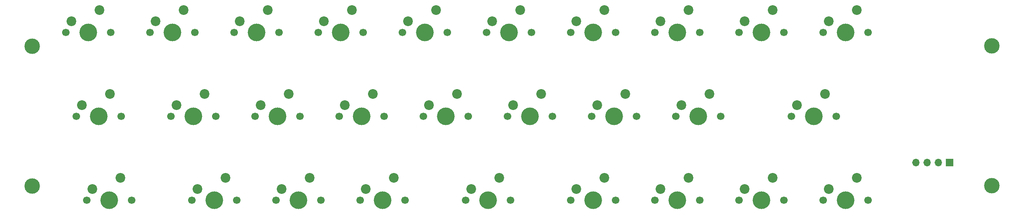
<source format=gbr>
%TF.GenerationSoftware,KiCad,Pcbnew,7.0.7*%
%TF.CreationDate,2023-08-31T12:53:40+10:00*%
%TF.ProjectId,qaz,71617a2e-6b69-4636-9164-5f7063625858,rev?*%
%TF.SameCoordinates,Original*%
%TF.FileFunction,Soldermask,Top*%
%TF.FilePolarity,Negative*%
%FSLAX46Y46*%
G04 Gerber Fmt 4.6, Leading zero omitted, Abs format (unit mm)*
G04 Created by KiCad (PCBNEW 7.0.7) date 2023-08-31 12:53:40*
%MOMM*%
%LPD*%
G01*
G04 APERTURE LIST*
%ADD10O,1.700000X1.700000*%
%ADD11R,1.700000X1.700000*%
%ADD12C,1.700000*%
%ADD13C,4.000000*%
%ADD14C,2.200000*%
%ADD15C,3.500000*%
G04 APERTURE END LIST*
D10*
%TO.C,J1*%
X254085000Y-67305000D03*
X256625000Y-67305000D03*
X259165000Y-67305000D03*
D11*
X261705000Y-67305000D03*
%TD*%
D12*
%TO.C,SW24*%
X152082500Y-75819000D03*
D13*
X157162500Y-75819000D03*
D12*
X162242500Y-75819000D03*
D14*
X159702500Y-70739000D03*
X153352500Y-73279000D03*
%TD*%
D12*
%TO.C,SW11*%
X63976250Y-56769000D03*
D13*
X69056250Y-56769000D03*
D12*
X74136250Y-56769000D03*
D14*
X71596250Y-51689000D03*
X65246250Y-54229000D03*
%TD*%
D12*
%TO.C,SW27*%
X213995000Y-75819000D03*
D13*
X219075000Y-75819000D03*
D12*
X224155000Y-75819000D03*
D14*
X221615000Y-70739000D03*
X215265000Y-73279000D03*
%TD*%
D12*
%TO.C,SW19*%
X225901250Y-56769000D03*
D13*
X230981250Y-56769000D03*
D12*
X236061250Y-56769000D03*
D14*
X233521250Y-51689000D03*
X227171250Y-54229000D03*
%TD*%
D12*
%TO.C,SW21*%
X90170000Y-75819000D03*
D13*
X95250000Y-75819000D03*
D12*
X100330000Y-75819000D03*
D14*
X97790000Y-70739000D03*
X91440000Y-73279000D03*
%TD*%
D15*
%TO.C,REF\u002A\u002A*%
X271250000Y-72500000D03*
%TD*%
D12*
%TO.C,SW5*%
X137795000Y-37719000D03*
D13*
X142875000Y-37719000D03*
D12*
X147955000Y-37719000D03*
D14*
X145415000Y-32639000D03*
X139065000Y-35179000D03*
%TD*%
D12*
%TO.C,SW7*%
X175895000Y-37719000D03*
D13*
X180975000Y-37719000D03*
D12*
X186055000Y-37719000D03*
D14*
X183515000Y-32639000D03*
X177165000Y-35179000D03*
%TD*%
D15*
%TO.C,REF\u002A\u002A*%
X53975000Y-72644000D03*
%TD*%
D12*
%TO.C,SW1*%
X61595000Y-37719000D03*
D13*
X66675000Y-37719000D03*
D12*
X71755000Y-37719000D03*
D14*
X69215000Y-32639000D03*
X62865000Y-35179000D03*
%TD*%
D12*
%TO.C,SW26*%
X194945000Y-75819000D03*
D13*
X200025000Y-75819000D03*
D12*
X205105000Y-75819000D03*
D14*
X202565000Y-70739000D03*
X196215000Y-73279000D03*
%TD*%
D12*
%TO.C,SW9*%
X213995000Y-37719000D03*
D13*
X219075000Y-37719000D03*
D12*
X224155000Y-37719000D03*
D14*
X221615000Y-32639000D03*
X215265000Y-35179000D03*
%TD*%
D12*
%TO.C,SW18*%
X199707500Y-56769000D03*
D13*
X204787500Y-56769000D03*
D12*
X209867500Y-56769000D03*
D14*
X207327500Y-51689000D03*
X200977500Y-54229000D03*
%TD*%
D12*
%TO.C,SW13*%
X104457500Y-56769000D03*
D13*
X109537500Y-56769000D03*
D12*
X114617500Y-56769000D03*
D14*
X112077500Y-51689000D03*
X105727500Y-54229000D03*
%TD*%
D12*
%TO.C,SW2*%
X80645000Y-37719000D03*
D13*
X85725000Y-37719000D03*
D12*
X90805000Y-37719000D03*
D14*
X88265000Y-32639000D03*
X81915000Y-35179000D03*
%TD*%
D12*
%TO.C,SW12*%
X85407500Y-56769000D03*
D13*
X90487500Y-56769000D03*
D12*
X95567500Y-56769000D03*
D14*
X93027500Y-51689000D03*
X86677500Y-54229000D03*
%TD*%
D12*
%TO.C,SW20*%
X66357500Y-75819000D03*
D13*
X71437500Y-75819000D03*
D12*
X76517500Y-75819000D03*
D14*
X73977500Y-70739000D03*
X67627500Y-73279000D03*
%TD*%
D12*
%TO.C,SW17*%
X180657500Y-56769000D03*
D13*
X185737500Y-56769000D03*
D12*
X190817500Y-56769000D03*
D14*
X188277500Y-51689000D03*
X181927500Y-54229000D03*
%TD*%
D12*
%TO.C,SW28*%
X233045000Y-75819000D03*
D13*
X238125000Y-75819000D03*
D12*
X243205000Y-75819000D03*
D14*
X240665000Y-70739000D03*
X234315000Y-73279000D03*
%TD*%
D12*
%TO.C,SW10*%
X233045000Y-37719000D03*
D13*
X238125000Y-37719000D03*
D12*
X243205000Y-37719000D03*
D14*
X240665000Y-32639000D03*
X234315000Y-35179000D03*
%TD*%
D12*
%TO.C,SW6*%
X156845000Y-37719000D03*
D13*
X161925000Y-37719000D03*
D12*
X167005000Y-37719000D03*
D14*
X164465000Y-32639000D03*
X158115000Y-35179000D03*
%TD*%
D15*
%TO.C,REF\u002A\u002A*%
X53975000Y-40894000D03*
%TD*%
D12*
%TO.C,SW16*%
X161607500Y-56769000D03*
D13*
X166687500Y-56769000D03*
D12*
X171767500Y-56769000D03*
D14*
X169227500Y-51689000D03*
X162877500Y-54229000D03*
%TD*%
D12*
%TO.C,SW14*%
X123507500Y-56769000D03*
D13*
X128587500Y-56769000D03*
D12*
X133667500Y-56769000D03*
D14*
X131127500Y-51689000D03*
X124777500Y-54229000D03*
%TD*%
D15*
%TO.C,REF\u002A\u002A*%
X271250000Y-40750000D03*
%TD*%
D12*
%TO.C,SW22*%
X109220000Y-75819000D03*
D13*
X114300000Y-75819000D03*
D12*
X119380000Y-75819000D03*
D14*
X116840000Y-70739000D03*
X110490000Y-73279000D03*
%TD*%
D12*
%TO.C,SW23*%
X128270000Y-75819000D03*
D13*
X133350000Y-75819000D03*
D12*
X138430000Y-75819000D03*
D14*
X135890000Y-70739000D03*
X129540000Y-73279000D03*
%TD*%
D12*
%TO.C,SW3*%
X99695000Y-37719000D03*
D13*
X104775000Y-37719000D03*
D12*
X109855000Y-37719000D03*
D14*
X107315000Y-32639000D03*
X100965000Y-35179000D03*
%TD*%
D12*
%TO.C,SW4*%
X118745000Y-37719000D03*
D13*
X123825000Y-37719000D03*
D12*
X128905000Y-37719000D03*
D14*
X126365000Y-32639000D03*
X120015000Y-35179000D03*
%TD*%
D12*
%TO.C,SW8*%
X194945000Y-37719000D03*
D13*
X200025000Y-37719000D03*
D12*
X205105000Y-37719000D03*
D14*
X202565000Y-32639000D03*
X196215000Y-35179000D03*
%TD*%
D12*
%TO.C,SW15*%
X142557500Y-56769000D03*
D13*
X147637500Y-56769000D03*
D12*
X152717500Y-56769000D03*
D14*
X150177500Y-51689000D03*
X143827500Y-54229000D03*
%TD*%
D12*
%TO.C,SW25*%
X175895000Y-75819000D03*
D13*
X180975000Y-75819000D03*
D12*
X186055000Y-75819000D03*
D14*
X183515000Y-70739000D03*
X177165000Y-73279000D03*
%TD*%
M02*

</source>
